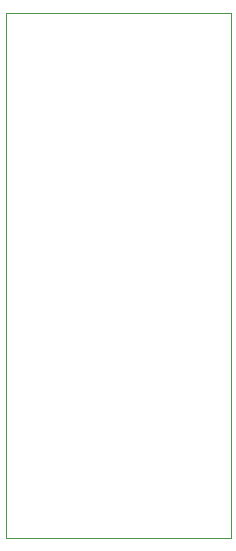
<source format=gbr>
G04 Generated by Ultiboard 14.1 *
%FSLAX24Y24*%
%MOIN*%

%ADD10C,0.0001*%
%ADD11C,0.0001*%


G04 ColorRGB 00FFFF for the following layer *
%LNBoard Outline*%
%LPD*%
G54D10*
G54D11*
X0Y0D02*
X7500Y0D01*
X7500Y17500D01*
X0Y17500D01*
X0Y0D01*

M02*

</source>
